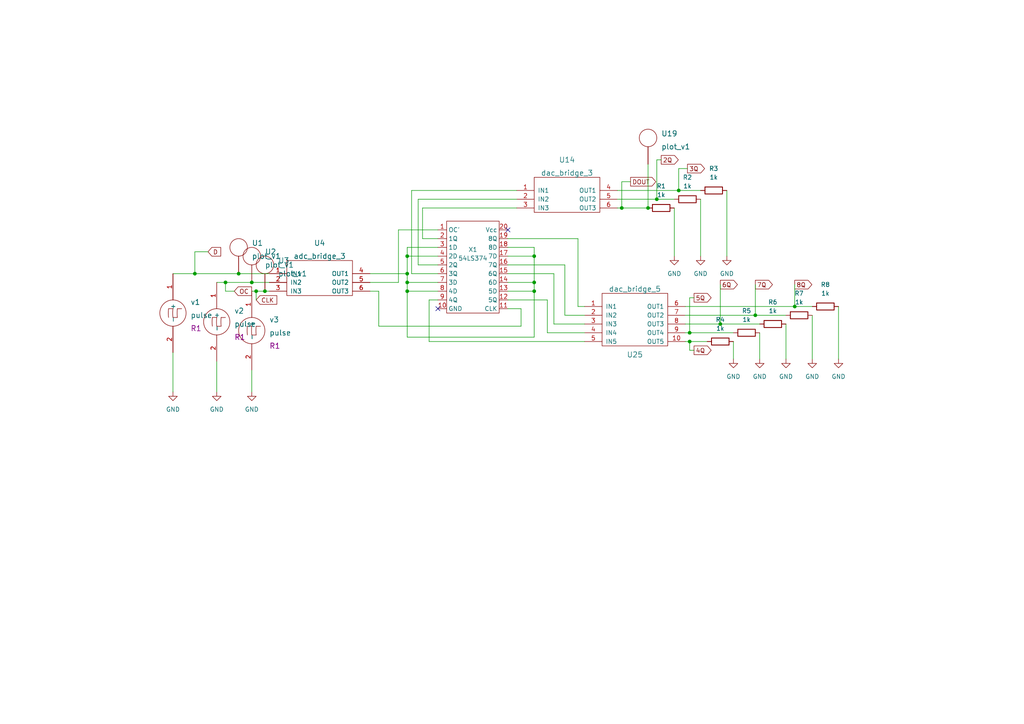
<source format=kicad_sch>
(kicad_sch (version 20211123) (generator eeschema)
  (paper "A4")
  (lib_symbols
    (symbol "eSim_Devices:resistor" (pin_numbers hide) (pin_names (offset 0))
      (property "Reference" "R" (at 1.27 3.302 0))
      (property "Value" "resistor" (at 1.27 -1.27 0))
      (symbol "resistor_0_1"
        (rectangle (start 3.81 0.254) (end -1.27 2.286) (stroke (width 0.254)))
      )
      (symbol "resistor_1_1"
        (pin passive line (at -2.54 1.27 0) (length 1.27) (name "~") (number "1"))
        (pin passive line (at 5.08 1.27 180) (length 1.27) (name "~") (number "2"))
      )
    )
    (symbol "eSim_Hybrid:adc_bridge_3" (pin_names (offset 1.016))
      (property "Reference" "U" (at 0 0 0))
      (property "Value" "adc_bridge_3" (at 0 3.81 0))
      (symbol "adc_bridge_3_0_1"
        (rectangle (start -10.16 5.08) (end 8.89 -5.08))
      )
      (symbol "adc_bridge_3_1_1"
        (pin input line (at -15.24 1.27 0) (length 5.08) (name "IN1") (number "1"))
        (pin input line (at -15.24 -1.27 0) (length 5.08) (name "IN2") (number "2"))
        (pin input line (at -15.24 -3.81 0) (length 5.08) (name "IN3") (number "3"))
        (pin output line (at 13.97 1.27 180) (length 5.08) (name "OUT1") (number "4"))
        (pin output line (at 13.97 -1.27 180) (length 5.08) (name "OUT2") (number "5"))
        (pin output line (at 13.97 -3.81 180) (length 5.08) (name "OUT3") (number "6"))
      )
    )
    (symbol "eSim_Hybrid:dac_bridge_3" (pin_names (offset 1.016))
      (property "Reference" "U" (at 0 0 0))
      (property "Value" "dac_bridge_3" (at 0 3.81 0))
      (symbol "dac_bridge_3_0_1"
        (rectangle (start -10.16 5.08) (end 8.89 -5.08))
      )
      (symbol "dac_bridge_3_1_1"
        (pin input line (at -15.24 1.27 0) (length 5.08) (name "IN1") (number "1"))
        (pin input line (at -15.24 -1.27 0) (length 5.08) (name "IN2") (number "2"))
        (pin input line (at -15.24 -3.81 0) (length 5.08) (name "IN3") (number "3"))
        (pin output line (at 13.97 1.27 180) (length 5.08) (name "OUT1") (number "4"))
        (pin output line (at 13.97 -1.27 180) (length 5.08) (name "OUT2") (number "5"))
        (pin output line (at 13.97 -3.81 180) (length 5.08) (name "OUT3") (number "6"))
      )
    )
    (symbol "eSim_Hybrid:dac_bridge_5" (pin_names (offset 1.016))
      (property "Reference" "U" (at 0 0 0))
      (property "Value" "dac_bridge_5" (at 0 3.81 0))
      (symbol "dac_bridge_5_0_1"
        (rectangle (start -10.16 5.08) (end 8.89 -10.16))
      )
      (symbol "dac_bridge_5_1_1"
        (pin input line (at -15.24 1.27 0) (length 5.08) (name "IN1") (number "1"))
        (pin output line (at 13.97 -8.89 180) (length 5.08) (name "OUT5") (number "10"))
        (pin input line (at -15.24 -1.27 0) (length 5.08) (name "IN2") (number "2"))
        (pin input line (at -15.24 -3.81 0) (length 5.08) (name "IN3") (number "3"))
        (pin input line (at -15.24 -6.35 0) (length 5.08) (name "IN4") (number "4"))
        (pin input line (at -15.24 -8.89 0) (length 5.08) (name "IN5") (number "5"))
        (pin output line (at 13.97 1.27 180) (length 5.08) (name "OUT1") (number "6"))
        (pin output line (at 13.97 -1.27 180) (length 5.08) (name "OUT2") (number "7"))
        (pin output line (at 13.97 -3.81 180) (length 5.08) (name "OUT3") (number "8"))
        (pin output line (at 13.97 -6.35 180) (length 5.08) (name "OUT4") (number "9"))
      )
    )
    (symbol "eSim_Plot:plot_v1" (pin_names (offset 1.016))
      (property "Reference" "U" (at 0 12.7 0))
      (property "Value" "plot_v1" (at 5.08 8.89 0))
      (symbol "plot_v1_0_1"
        (circle (center 0 12.7) (radius 2.54))
      )
      (symbol "plot_v1_1_1"
        (pin input line (at 0 5.08 90) (length 5.08) (name "~") (number "~"))
      )
    )
    (symbol "eSim_Power:eSim_GND" (power) (pin_names (offset 0))
      (property "Value" "eSim_GND" (at 0 -3.81 0))
      (symbol "eSim_GND_0_1"
        (polyline (pts (xy 0 0) (xy 0 -1.27) (xy 1.27 -1.27) (xy 0 -2.54) (xy -1.27 -1.27) (xy 0 -1.27)))
      )
      (symbol "eSim_GND_1_1"
        (pin power_in line (at 0 0 270) (length 0) hide (name "GND") (number "1"))
      )
    )
    (symbol "eSim_Sources:pulse" (pin_names (offset 1.016))
      (property "Reference" "v" (at -5.08 2.54 0))
      (property "Value" "pulse" (at -5.08 -1.27 0))
      (property "Footprint" "R1" (at -7.62 0 0))
      (symbol "pulse_0_1"
        (arc (start -1.27 1.27) (mid -1.3491 0) (end -1.27 -1.27))
        (arc (start 0 -1.27) (mid 0.635 -1.2876) (end 1.27 -1.27))
        (circle (center 0 0) (radius 3.81))
        (arc (start 0 1.27) (mid -0.635 1.2859) (end -1.27 1.27))
        (arc (start 0 1.27) (mid -0.0703 0) (end 0 -1.27))
        (arc (start 1.27 1.27) (mid 1.2124 0) (end 1.27 -1.27))
        (arc (start 1.27 1.27) (mid 1.905 1.2556) (end 2.54 1.27))
      )
      (symbol "pulse_1_1"
        (pin passive line (at 0 11.43 270) (length 7.62) (name "+") (number "1"))
        (pin passive line (at 0 -11.43 90) (length 7.62) (name "-") (number "2"))
      )
    )
    (symbol "eSim_Subckt:54LS374"
      (property "Reference" "X" (at 0 -15.24 0))
      (property "Value" "54LS374" (at 0 16.51 0))
      (symbol "54LS374_0_1"
        (rectangle (start -7.62 13.97) (end 7.62 -12.7))
      )
      (symbol "54LS374_1_1"
        (pin input line (at -10.16 11.43 0) (length 2.54) (name "OC'") (number "1"))
        (pin input line (at -10.16 -11.43 0) (length 2.54) (name "GND") (number "10"))
        (pin input line (at 10.16 -11.43 180) (length 2.54) (name "CLK") (number "11"))
        (pin output line (at 10.16 -8.89 180) (length 2.54) (name "5Q") (number "12"))
        (pin input line (at 10.16 -6.35 180) (length 2.54) (name "5D") (number "13"))
        (pin input line (at 10.16 -3.81 180) (length 2.54) (name "6D") (number "14"))
        (pin output line (at 10.16 -1.27 180) (length 2.54) (name "6Q") (number "15"))
        (pin output line (at 10.16 1.27 180) (length 2.54) (name "7Q") (number "16"))
        (pin input line (at 10.16 3.81 180) (length 2.54) (name "7D") (number "17"))
        (pin input line (at 10.16 6.35 180) (length 2.54) (name "8D") (number "18"))
        (pin output line (at 10.16 8.89 180) (length 2.54) (name "8Q") (number "19"))
        (pin output line (at -10.16 8.89 0) (length 2.54) (name "1Q") (number "2"))
        (pin input line (at 10.16 11.43 180) (length 2.54) (name "Vcc") (number "20"))
        (pin input line (at -10.16 6.35 0) (length 2.54) (name "1D") (number "3"))
        (pin input line (at -10.16 3.81 0) (length 2.54) (name "2D") (number "4"))
        (pin output line (at -10.16 1.27 0) (length 2.54) (name "2Q") (number "5"))
        (pin output line (at -10.16 -1.27 0) (length 2.54) (name "3Q") (number "6"))
        (pin input line (at -10.16 -3.81 0) (length 2.54) (name "3D") (number "7"))
        (pin input line (at -10.16 -6.35 0) (length 2.54) (name "4D") (number "8"))
        (pin output line (at -10.16 -8.89 0) (length 2.54) (name "4Q") (number "9"))
      )
    )
  )
  (junction (at 154.94 74.295))
  (junction (at 200.025 99.06))
  (junction (at 69.215 79.375))
  (junction (at 56.515 79.375))
  (junction (at 65.405 81.915))
  (junction (at 74.295 84.455))
  (junction (at 208.915 93.98))
  (junction (at 219.075 91.44))
  (junction (at 118.11 79.375))
  (junction (at 230.505 88.9))
  (junction (at 154.94 81.915))
  (junction (at 76.835 84.455))
  (junction (at 200.025 96.52))
  (junction (at 190.5 57.785))
  (junction (at 118.11 81.915))
  (junction (at 73.025 81.915))
  (junction (at 154.94 84.455))
  (junction (at 118.11 74.295))
  (junction (at 118.11 84.455))
  (junction (at 180.34 60.325))
  (junction (at 187.96 60.325))
  (junction (at 196.85 55.245))
  (no_connect (at 147.32 66.675))
  (no_connect (at 127 89.535))
  (wire (pts (xy 121.285 57.785) (xy 121.285 76.835)))
  (wire (pts (xy 198.755 88.9) (xy 230.505 88.9)))
  (wire (pts (xy 115.57 81.915) (xy 115.57 66.675)))
  (wire (pts (xy 109.855 84.455) (xy 109.855 94.615)))
  (wire (pts (xy 122.555 69.215) (xy 127 69.215)))
  (wire (pts (xy 127 86.995) (xy 124.46 86.995)))
  (wire (pts (xy 203.2 57.785) (xy 203.2 74.295)))
  (wire (pts (xy 182.88 52.705) (xy 180.34 52.705)))
  (wire (pts (xy 235.585 91.44) (xy 235.585 104.14)))
  (wire (pts (xy 154.94 71.755) (xy 154.94 74.295)))
  (wire (pts (xy 118.11 84.455) (xy 118.11 81.915)))
  (wire (pts (xy 230.505 82.55) (xy 230.505 88.9)))
  (wire (pts (xy 151.13 94.615) (xy 151.13 89.535)))
  (wire (pts (xy 147.32 74.295) (xy 154.94 74.295)))
  (wire (pts (xy 109.855 94.615) (xy 151.13 94.615)))
  (wire (pts (xy 119.38 79.375) (xy 119.38 55.245)))
  (wire (pts (xy 200.025 99.06) (xy 205.105 99.06)))
  (wire (pts (xy 118.11 71.755) (xy 127 71.755)))
  (wire (pts (xy 158.75 96.52) (xy 169.545 96.52)))
  (wire (pts (xy 200.025 101.6) (xy 200.025 99.06)))
  (wire (pts (xy 154.94 74.295) (xy 154.94 81.915)))
  (wire (pts (xy 227.965 93.98) (xy 227.965 104.14)))
  (wire (pts (xy 179.07 55.245) (xy 196.85 55.245)))
  (wire (pts (xy 187.96 47.625) (xy 187.96 60.325)))
  (wire (pts (xy 67.945 84.455) (xy 65.405 84.455)))
  (wire (pts (xy 199.39 48.895) (xy 196.85 48.895)))
  (wire (pts (xy 118.11 79.375) (xy 118.11 74.295)))
  (wire (pts (xy 179.07 57.785) (xy 190.5 57.785)))
  (wire (pts (xy 179.07 60.325) (xy 180.34 60.325)))
  (wire (pts (xy 147.32 84.455) (xy 154.94 84.455)))
  (wire (pts (xy 200.025 86.36) (xy 200.025 96.52)))
  (wire (pts (xy 118.11 81.915) (xy 118.11 79.375)))
  (wire (pts (xy 147.32 76.835) (xy 163.83 76.835)))
  (wire (pts (xy 76.835 84.455) (xy 78.105 84.455)))
  (wire (pts (xy 118.11 74.295) (xy 127 74.295)))
  (wire (pts (xy 154.94 84.455) (xy 154.94 97.79)))
  (wire (pts (xy 107.315 81.915) (xy 115.57 81.915)))
  (wire (pts (xy 147.32 79.375) (xy 160.655 79.375)))
  (wire (pts (xy 167.64 88.9) (xy 167.64 69.215)))
  (wire (pts (xy 201.295 86.36) (xy 200.025 86.36)))
  (wire (pts (xy 169.545 93.98) (xy 160.655 93.98)))
  (wire (pts (xy 65.405 81.915) (xy 73.025 81.915)))
  (wire (pts (xy 147.32 86.995) (xy 158.75 86.995)))
  (wire (pts (xy 56.515 79.375) (xy 69.215 79.375)))
  (wire (pts (xy 220.345 96.52) (xy 220.345 104.14)))
  (wire (pts (xy 119.38 55.245) (xy 149.86 55.245)))
  (wire (pts (xy 147.32 71.755) (xy 154.94 71.755)))
  (wire (pts (xy 196.85 48.895) (xy 196.85 55.245)))
  (wire (pts (xy 60.325 73.025) (xy 56.515 73.025)))
  (wire (pts (xy 190.5 57.785) (xy 195.58 57.785)))
  (wire (pts (xy 74.295 84.455) (xy 76.835 84.455)))
  (wire (pts (xy 121.285 76.835) (xy 127 76.835)))
  (wire (pts (xy 190.5 46.355) (xy 190.5 57.785)))
  (wire (pts (xy 118.11 74.295) (xy 118.11 71.755)))
  (wire (pts (xy 208.915 93.98) (xy 220.345 93.98)))
  (wire (pts (xy 74.295 84.455) (xy 74.295 86.995)))
  (wire (pts (xy 73.025 81.915) (xy 78.105 81.915)))
  (wire (pts (xy 219.075 82.55) (xy 219.075 91.44)))
  (wire (pts (xy 124.46 86.995) (xy 124.46 99.06)))
  (wire (pts (xy 56.515 73.025) (xy 56.515 79.375)))
  (wire (pts (xy 127 81.915) (xy 118.11 81.915)))
  (wire (pts (xy 167.64 69.215) (xy 147.32 69.215)))
  (wire (pts (xy 127 84.455) (xy 118.11 84.455)))
  (wire (pts (xy 198.755 96.52) (xy 200.025 96.52)))
  (wire (pts (xy 62.865 81.915) (xy 65.405 81.915)))
  (wire (pts (xy 149.86 57.785) (xy 121.285 57.785)))
  (wire (pts (xy 107.315 79.375) (xy 118.11 79.375)))
  (wire (pts (xy 154.94 81.915) (xy 154.94 84.455)))
  (wire (pts (xy 50.165 79.375) (xy 56.515 79.375)))
  (wire (pts (xy 62.865 104.775) (xy 62.865 113.665)))
  (wire (pts (xy 169.545 88.9) (xy 167.64 88.9)))
  (wire (pts (xy 196.85 55.245) (xy 203.2 55.245)))
  (wire (pts (xy 65.405 84.455) (xy 65.405 81.915)))
  (wire (pts (xy 195.58 60.325) (xy 195.58 74.295)))
  (wire (pts (xy 107.315 84.455) (xy 109.855 84.455)))
  (wire (pts (xy 219.075 91.44) (xy 227.965 91.44)))
  (wire (pts (xy 158.75 86.995) (xy 158.75 96.52)))
  (wire (pts (xy 115.57 66.675) (xy 127 66.675)))
  (wire (pts (xy 198.755 93.98) (xy 208.915 93.98)))
  (wire (pts (xy 154.94 97.79) (xy 118.11 97.79)))
  (wire (pts (xy 151.13 89.535) (xy 147.32 89.535)))
  (wire (pts (xy 149.86 60.325) (xy 122.555 60.325)))
  (wire (pts (xy 201.295 101.6) (xy 200.025 101.6)))
  (wire (pts (xy 160.655 93.98) (xy 160.655 79.375)))
  (wire (pts (xy 243.205 88.9) (xy 243.205 104.14)))
  (wire (pts (xy 50.165 102.235) (xy 50.165 113.665)))
  (wire (pts (xy 210.82 55.245) (xy 210.82 74.295)))
  (wire (pts (xy 208.915 82.55) (xy 208.915 93.98)))
  (wire (pts (xy 163.83 91.44) (xy 169.545 91.44)))
  (wire (pts (xy 163.83 76.835) (xy 163.83 91.44)))
  (wire (pts (xy 73.025 107.315) (xy 73.025 113.665)))
  (wire (pts (xy 180.34 60.325) (xy 187.96 60.325)))
  (wire (pts (xy 198.755 91.44) (xy 219.075 91.44)))
  (wire (pts (xy 191.77 46.355) (xy 190.5 46.355)))
  (wire (pts (xy 124.46 99.06) (xy 169.545 99.06)))
  (wire (pts (xy 180.34 52.705) (xy 180.34 60.325)))
  (wire (pts (xy 69.215 79.375) (xy 78.105 79.375)))
  (wire (pts (xy 73.025 84.455) (xy 74.295 84.455)))
  (wire (pts (xy 127 79.375) (xy 119.38 79.375)))
  (wire (pts (xy 230.505 88.9) (xy 235.585 88.9)))
  (wire (pts (xy 198.755 99.06) (xy 200.025 99.06)))
  (wire (pts (xy 212.725 99.06) (xy 212.725 104.14)))
  (wire (pts (xy 122.555 60.325) (xy 122.555 69.215)))
  (wire (pts (xy 118.11 97.79) (xy 118.11 84.455)))
  (wire (pts (xy 147.32 81.915) (xy 154.94 81.915)))
  (wire (pts (xy 200.025 96.52) (xy 212.725 96.52)))
  (global_label "8Q" (shape output) (at 230.505 82.55 0) (property "Intersheet References" "${INTERSHEET_REFS}" (effects hide)))
  (global_label "6Q" (shape output) (at 208.915 82.55 0) (property "Intersheet References" "${INTERSHEET_REFS}" (effects hide)))
  (global_label "2Q" (shape output) (at 191.77 46.355 0) (property "Intersheet References" "${INTERSHEET_REFS}" (effects hide)))
  (global_label "7Q" (shape output) (at 219.075 82.55 0) (property "Intersheet References" "${INTERSHEET_REFS}" (effects hide)))
  (global_label "OC" (shape input) (at 67.945 84.455 0) (property "Intersheet References" "${INTERSHEET_REFS}" (effects hide)))
  (global_label "DOUT" (shape output) (at 182.88 52.705 0) (property "Intersheet References" "${INTERSHEET_REFS}" (effects hide)))
  (global_label "CLK" (shape input) (at 74.295 86.995 0) (property "Intersheet References" "${INTERSHEET_REFS}" (effects hide)))
  (global_label "5Q" (shape output) (at 201.295 86.36 0) (property "Intersheet References" "${INTERSHEET_REFS}" (effects hide)))
  (global_label "D" (shape input) (at 60.325 73.025 0) (property "Intersheet References" "${INTERSHEET_REFS}" (effects hide)))
  (global_label "3Q" (shape output) (at 199.39 48.895 0) (property "Intersheet References" "${INTERSHEET_REFS}" (effects hide)))
  (global_label "4Q" (shape output) (at 201.295 101.6 0) (property "Intersheet References" "${INTERSHEET_REFS}" (effects hide)))
  (symbol (lib_id "eSim_Hybrid:dac_bridge_5") (at 184.785 90.17 0) (unit 1)
    (property "Reference" "U25" (at 184.15 102.87 0) (effects (font (size 1.524 1.524))))
    (property "Value" "dac_bridge_5" (at 184.15 83.82 0) (effects (font (size 1.524 1.524))))
  )
  (symbol (lib_id "eSim_Power:eSim_GND") (at 62.865 113.665 0) (unit 1)
    (property "Reference" "#PWR02" (effects hide))
    (property "Value" "eSim_GND" (at 62.865 118.745 0))
  )
  (symbol (lib_id "eSim_Power:eSim_GND") (at 210.82 74.295 0) (unit 1)
    (property "Reference" "#PWR06" (effects hide))
    (property "Value" "eSim_GND" (at 210.82 79.375 0))
  )
  (symbol (lib_id "eSim_Hybrid:adc_bridge_3") (at 93.345 80.645 0) (unit 1)
    (property "Reference" "U4" (at 92.71 70.485 0) (effects (font (size 1.524 1.524))))
    (property "Value" "adc_bridge_3" (at 92.71 74.295 0) (effects (font (size 1.524 1.524))))
  )
  (symbol (lib_id "eSim_Plot:plot_v1") (at 187.96 52.705 0) (unit 1)
    (property "Reference" "U19" (at 191.77 38.735 0) (effects (font (size 1.524 1.524)) (justify left)))
    (property "Value" "plot_v1" (at 191.77 42.545 0) (effects (font (size 1.524 1.524)) (justify left)))
  )
  (symbol (lib_id "eSim_Sources:pulse") (at 62.865 93.345 0) (unit 1)
    (property "Reference" "v2" (at 67.945 90.17 0) (effects (font (size 1.524 1.524)) (justify left)))
    (property "Value" "pulse" (at 67.945 93.98 0) (effects (font (size 1.524 1.524)) (justify left)))
    (property "Footprint" "R1" (at 67.945 97.79 0) (effects (font (size 1.524 1.524)) (justify left)))
  )
  (symbol (lib_id "eSim_Devices:resistor") (at 190.5 61.595 0) (unit 1)
    (property "Reference" "R1" (at 191.77 53.975 0))
    (property "Value" "1k" (at 191.77 56.515 0))
  )
  (symbol (lib_id "eSim_Devices:resistor") (at 207.645 100.33 0) (unit 1)
    (property "Reference" "R4" (at 208.915 92.71 0))
    (property "Value" "1k" (at 208.915 95.25 0))
  )
  (symbol (lib_id "eSim_Plot:plot_v1") (at 69.215 84.455 0) (unit 1)
    (property "Reference" "U1" (at 73.025 70.485 0) (effects (font (size 1.524 1.524)) (justify left)))
    (property "Value" "plot_v1" (at 73.025 74.295 0) (effects (font (size 1.524 1.524)) (justify left)))
  )
  (symbol (lib_id "eSim_Power:eSim_GND") (at 50.165 113.665 0) (unit 1)
    (property "Reference" "#PWR01" (effects hide))
    (property "Value" "eSim_GND" (at 50.165 118.745 0))
  )
  (symbol (lib_id "eSim_Plot:plot_v1") (at 73.025 86.995 0) (unit 1)
    (property "Reference" "U2" (at 76.835 73.025 0) (effects (font (size 1.524 1.524)) (justify left)))
    (property "Value" "plot_v1" (at 76.835 76.835 0) (effects (font (size 1.524 1.524)) (justify left)))
  )
  (symbol (lib_id "eSim_Power:eSim_GND") (at 220.345 104.14 0) (unit 1)
    (property "Reference" "#PWR08" (effects hide))
    (property "Value" "eSim_GND" (at 220.345 109.22 0))
  )
  (symbol (lib_id "eSim_Devices:resistor") (at 198.12 59.055 0) (unit 1)
    (property "Reference" "R2" (at 199.39 51.435 0))
    (property "Value" "1k" (at 199.39 53.975 0))
  )
  (symbol (lib_id "eSim_Plot:plot_v1") (at 76.835 89.535 0) (unit 1)
    (property "Reference" "U3" (at 80.645 75.565 0) (effects (font (size 1.524 1.524)) (justify left)))
    (property "Value" "plot_v1" (at 80.645 79.375 0) (effects (font (size 1.524 1.524)) (justify left)))
  )
  (symbol (lib_id "eSim_Sources:pulse") (at 73.025 95.885 0) (unit 1)
    (property "Reference" "v3" (at 78.105 92.71 0) (effects (font (size 1.524 1.524)) (justify left)))
    (property "Value" "pulse" (at 78.105 96.52 0) (effects (font (size 1.524 1.524)) (justify left)))
    (property "Footprint" "R1" (at 78.105 100.33 0) (effects (font (size 1.524 1.524)) (justify left)))
  )
  (symbol (lib_id "eSim_Devices:resistor") (at 215.265 97.79 0) (unit 1)
    (property "Reference" "R5" (at 216.535 90.17 0))
    (property "Value" "1k" (at 216.535 92.71 0))
  )
  (symbol (lib_id "eSim_Power:eSim_GND") (at 195.58 74.295 0) (unit 1)
    (property "Reference" "#PWR04" (effects hide))
    (property "Value" "eSim_GND" (at 195.58 79.375 0))
  )
  (symbol (lib_id "eSim_Sources:pulse") (at 50.165 90.805 0) (unit 1)
    (property "Reference" "v1" (at 55.245 87.63 0) (effects (font (size 1.524 1.524)) (justify left)))
    (property "Value" "pulse" (at 55.245 91.44 0) (effects (font (size 1.524 1.524)) (justify left)))
    (property "Footprint" "R1" (at 55.245 95.25 0) (effects (font (size 1.524 1.524)) (justify left)))
  )
  (symbol (lib_id "eSim_Devices:resistor") (at 222.885 95.25 0) (unit 1)
    (property "Reference" "R6" (at 224.155 87.63 0))
    (property "Value" "1k" (at 224.155 90.17 0))
  )
  (symbol (lib_id "eSim_Power:eSim_GND") (at 243.205 104.14 0) (unit 1)
    (property "Reference" "#PWR011" (effects hide))
    (property "Value" "eSim_GND" (at 243.205 109.22 0))
  )
  (symbol (lib_id "eSim_Power:eSim_GND") (at 73.025 113.665 0) (unit 1)
    (property "Reference" "#PWR03" (effects hide))
    (property "Value" "eSim_GND" (at 73.025 118.745 0))
  )
  (symbol (lib_id "eSim_Devices:resistor") (at 238.125 90.17 0) (unit 1)
    (property "Reference" "R8" (at 239.395 82.55 0))
    (property "Value" "1k" (at 239.395 85.09 0))
  )
  (symbol (lib_id "eSim_Devices:resistor") (at 230.505 92.71 0) (unit 1)
    (property "Reference" "R7" (at 231.775 85.09 0))
    (property "Value" "1k" (at 231.775 87.63 0))
  )
  (symbol (lib_id "eSim_Hybrid:dac_bridge_3") (at 165.1 56.515 0) (unit 1)
    (property "Reference" "U14" (at 164.465 46.355 0) (effects (font (size 1.524 1.524))))
    (property "Value" "dac_bridge_3" (at 164.465 50.165 0) (effects (font (size 1.524 1.524))))
  )
  (symbol (lib_id "eSim_Devices:resistor") (at 205.74 56.515 0) (unit 1)
    (property "Reference" "R3" (at 207.01 48.895 0))
    (property "Value" "1k" (at 207.01 51.435 0))
  )
  (symbol (lib_id "eSim_Power:eSim_GND") (at 203.2 74.295 0) (unit 1)
    (property "Reference" "#PWR05" (effects hide))
    (property "Value" "eSim_GND" (at 203.2 79.375 0))
  )
  (symbol (lib_id "eSim_Power:eSim_GND") (at 212.725 104.14 0) (unit 1)
    (property "Reference" "#PWR07" (effects hide))
    (property "Value" "eSim_GND" (at 212.725 109.22 0))
  )
  (symbol (lib_id "eSim_Subckt:54LS374") (at 137.16 78.105 0) (unit 1)
    (property "Reference" "X1" (at 137.16 72.39 0))
    (property "Value" "54LS374" (at 137.16 74.93 0))
  )
  (symbol (lib_id "eSim_Power:eSim_GND") (at 235.585 104.14 0) (unit 1)
    (property "Reference" "#PWR010" (effects hide))
    (property "Value" "eSim_GND" (at 235.585 109.22 0))
  )
  (symbol (lib_id "eSim_Power:eSim_GND") (at 227.965 104.14 0) (unit 1)
    (property "Reference" "#PWR09" (effects hide))
    (property "Value" "eSim_GND" (at 227.965 109.22 0))
  )
)
</source>
